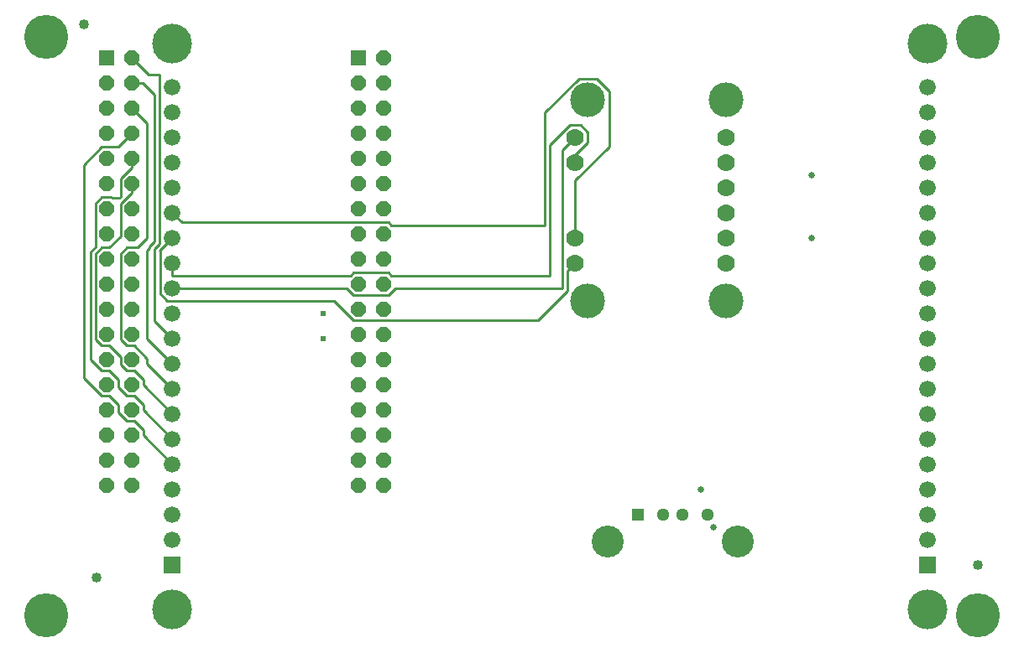
<source format=gbr>
G04 EAGLE Gerber RS-274X export*
G75*
%MOMM*%
%FSLAX34Y34*%
%LPD*%
%INBottom Copper*%
%IPPOS*%
%AMOC8*
5,1,8,0,0,1.08239X$1,22.5*%
G01*
%ADD10R,1.524000X1.524000*%
%ADD11P,1.649562X8X292.500000*%
%ADD12R,1.676400X1.676400*%
%ADD13C,1.676400*%
%ADD14C,4.016000*%
%ADD15C,1.778000*%
%ADD16C,3.500000*%
%ADD17R,1.288000X1.288000*%
%ADD18C,1.288000*%
%ADD19C,3.220000*%
%ADD20C,4.445000*%
%ADD21C,1.016000*%
%ADD22C,0.609600*%
%ADD23C,0.654800*%
%ADD24C,0.254000*%


D10*
X98800Y588600D03*
D11*
X124200Y588600D03*
X98800Y563200D03*
X124200Y563200D03*
X98800Y537800D03*
X124200Y537800D03*
X98800Y512400D03*
X124200Y512400D03*
X98800Y487000D03*
X124200Y487000D03*
X98800Y461600D03*
X124200Y461600D03*
X98800Y436200D03*
X124200Y436200D03*
X98800Y410800D03*
X124200Y410800D03*
X98800Y385400D03*
X124200Y385400D03*
X98800Y360000D03*
X124200Y360000D03*
X98800Y334600D03*
X124200Y334600D03*
X98800Y309200D03*
X124200Y309200D03*
X98800Y283800D03*
X124200Y283800D03*
X98800Y258400D03*
X124200Y258400D03*
X98800Y233000D03*
X124200Y233000D03*
X98800Y207600D03*
X124200Y207600D03*
X98800Y182200D03*
X124200Y182200D03*
X98800Y156800D03*
X124200Y156800D03*
D10*
X352800Y588600D03*
D11*
X378200Y588600D03*
X352800Y563200D03*
X378200Y563200D03*
X352800Y537800D03*
X378200Y537800D03*
X352800Y512400D03*
X378200Y512400D03*
X352800Y487000D03*
X378200Y487000D03*
X352800Y461600D03*
X378200Y461600D03*
X352800Y436200D03*
X378200Y436200D03*
X352800Y410800D03*
X378200Y410800D03*
X352800Y385400D03*
X378200Y385400D03*
X352800Y360000D03*
X378200Y360000D03*
X352800Y334600D03*
X378200Y334600D03*
X352800Y309200D03*
X378200Y309200D03*
X352800Y283800D03*
X378200Y283800D03*
X352800Y258400D03*
X378200Y258400D03*
X352800Y233000D03*
X378200Y233000D03*
X352800Y207600D03*
X378200Y207600D03*
X352800Y182200D03*
X378200Y182200D03*
X352800Y156800D03*
X378200Y156800D03*
D12*
X927100Y76200D03*
D13*
X927100Y533400D03*
X927100Y508000D03*
X927100Y482600D03*
X927100Y457200D03*
X927100Y431800D03*
X927100Y406400D03*
X927100Y381000D03*
X927100Y355600D03*
X927100Y330200D03*
X927100Y304800D03*
X927100Y279400D03*
X927100Y254000D03*
X927100Y228600D03*
X927100Y203200D03*
X927100Y177800D03*
X927100Y152400D03*
X927100Y127000D03*
X927100Y101600D03*
X927100Y558800D03*
D12*
X165100Y76200D03*
D13*
X165100Y127000D03*
X165100Y152400D03*
X165100Y177800D03*
X165100Y203200D03*
X165100Y228600D03*
X165100Y254000D03*
X165100Y279400D03*
X165100Y304800D03*
X165100Y330200D03*
X165100Y355600D03*
X165100Y381000D03*
X165100Y406400D03*
X165100Y431800D03*
X165100Y457200D03*
X165100Y482600D03*
X165100Y508000D03*
X165100Y533400D03*
X165100Y101600D03*
X165100Y558800D03*
D14*
X165100Y31750D03*
X165100Y603250D03*
X927100Y31750D03*
X927100Y603250D03*
D15*
X723900Y381000D03*
X723900Y406400D03*
X723900Y431800D03*
X723900Y457200D03*
X723900Y482600D03*
X723900Y508000D03*
X571500Y508000D03*
X571500Y482600D03*
X571500Y381000D03*
X571500Y406400D03*
D16*
X584200Y342900D03*
X584200Y546100D03*
X723900Y342900D03*
X723900Y546100D03*
D17*
X635000Y127000D03*
D18*
X660000Y127000D03*
X680000Y127000D03*
X705000Y127000D03*
D19*
X604300Y99900D03*
X735700Y99900D03*
D20*
X38100Y25400D03*
X38100Y609600D03*
X977900Y609600D03*
X977900Y25400D03*
D21*
X76200Y622300D03*
X88900Y63500D03*
X977900Y76200D03*
D22*
X317500Y304800D03*
D23*
X809577Y469900D03*
X809577Y406400D03*
D22*
X317500Y330200D03*
D23*
X711200Y114300D03*
X698500Y152400D03*
D24*
X165100Y177800D02*
X135630Y207270D01*
X135630Y212335D01*
X126395Y221570D01*
X119466Y221570D01*
X110230Y230806D01*
X110230Y237735D01*
X100995Y246970D01*
X94066Y246970D01*
X76200Y264836D01*
X110230Y498430D02*
X124200Y512400D01*
X110230Y498430D02*
X94066Y498430D01*
X76200Y480565D01*
X76200Y264836D01*
X135630Y232670D02*
X165100Y203200D01*
X135630Y232670D02*
X135630Y237735D01*
X126395Y246970D01*
X119466Y246970D01*
X110230Y256206D01*
X110230Y263135D01*
X100995Y272370D01*
X94066Y272370D01*
X87968Y397917D02*
X87968Y405468D01*
X87968Y397917D02*
X82290Y392239D01*
X82290Y284146D01*
X87968Y405468D02*
X87370Y406066D01*
X87370Y440935D02*
X94066Y447630D01*
X103535Y447630D01*
X104090Y447074D01*
X111726Y447074D01*
X87370Y440935D02*
X87370Y406066D01*
X111726Y447074D02*
X112770Y448119D01*
X124200Y477765D02*
X124200Y487000D01*
X112770Y466335D02*
X112770Y448119D01*
X112770Y466335D02*
X124200Y477765D01*
X82290Y284146D02*
X94066Y272370D01*
X135630Y258070D02*
X165100Y228600D01*
X135630Y258070D02*
X135630Y263135D01*
X119466Y272370D02*
X112770Y279066D01*
X94066Y297770D02*
X87370Y304466D01*
X87370Y390135D02*
X94066Y396830D01*
X124200Y452365D02*
X124200Y461600D01*
X124200Y452365D02*
X112770Y440935D01*
X112770Y285995D02*
X112770Y279066D01*
X112770Y285995D02*
X100995Y297770D01*
X94066Y297770D01*
X94066Y396830D02*
X100995Y396830D01*
X112770Y408606D01*
X126395Y272370D02*
X135630Y263135D01*
X126395Y272370D02*
X119466Y272370D01*
X87370Y304466D02*
X87370Y390135D01*
X112770Y408606D02*
X112770Y440935D01*
X139700Y522300D02*
X124200Y537800D01*
X139700Y522300D02*
X139700Y406400D01*
X139700Y279400D02*
X165100Y254000D01*
X112770Y390135D02*
X119466Y396830D01*
X112770Y304466D02*
X119466Y297770D01*
X126395Y297770D01*
X139700Y284465D01*
X139700Y279400D01*
X130130Y396830D02*
X139700Y406400D01*
X130130Y396830D02*
X119466Y396830D01*
X112770Y390135D02*
X112770Y304466D01*
X124200Y563200D02*
X135300Y563200D01*
X147320Y402989D02*
X142240Y397909D01*
X142240Y396240D01*
X139700Y393700D01*
X139700Y304800D02*
X165100Y279400D01*
X147320Y551180D02*
X135300Y563200D01*
X147320Y551180D02*
X147320Y402989D01*
X139700Y393700D02*
X139700Y304800D01*
X141300Y571500D02*
X124200Y588600D01*
X141300Y571500D02*
X152400Y571500D01*
X152400Y400884D02*
X147320Y395804D01*
X147320Y322580D01*
X165100Y304800D01*
X152400Y400884D02*
X152400Y571500D01*
X593077Y567530D02*
X605630Y554977D01*
X593077Y567530D02*
X575323Y567530D01*
X571500Y464639D02*
X571500Y406400D01*
X541020Y533227D02*
X575323Y567530D01*
X541020Y533227D02*
X541020Y419100D01*
X571500Y464639D02*
X605630Y498769D01*
X605630Y554977D01*
X541020Y419100D02*
X386065Y419100D01*
X382935Y422230D01*
X174670Y422230D02*
X165100Y431800D01*
X174670Y422230D02*
X382935Y422230D01*
X160050Y343408D02*
X152908Y350550D01*
X563880Y373380D02*
X571500Y381000D01*
X563880Y373380D02*
X563880Y353496D01*
X152908Y393192D02*
X152400Y393700D01*
X327828Y343408D02*
X348066Y323170D01*
X327828Y343408D02*
X160050Y343408D01*
X152908Y350550D02*
X152908Y393192D01*
X533554Y323170D02*
X563880Y353496D01*
X533554Y323170D02*
X348066Y323170D01*
X165100Y406400D02*
X152400Y393700D01*
X558800Y495300D02*
X571500Y508000D01*
X558800Y495300D02*
X558800Y355600D01*
X389965Y355600D01*
X341036Y355600D02*
X165100Y355600D01*
X382935Y348570D02*
X389965Y355600D01*
X348066Y348570D02*
X341036Y355600D01*
X348066Y348570D02*
X382935Y348570D01*
X584200Y502739D02*
X584200Y513261D01*
X576761Y520700D01*
X566239Y520700D01*
X546100Y500561D01*
X546100Y368300D01*
X571500Y482600D02*
X571500Y490039D01*
X584200Y502739D01*
X546100Y368300D02*
X386065Y368300D01*
X382935Y371430D01*
X348066Y371430D02*
X344936Y368300D01*
X165100Y368300D01*
X348066Y371430D02*
X382935Y371430D01*
X165100Y368300D02*
X165100Y381000D01*
M02*

</source>
